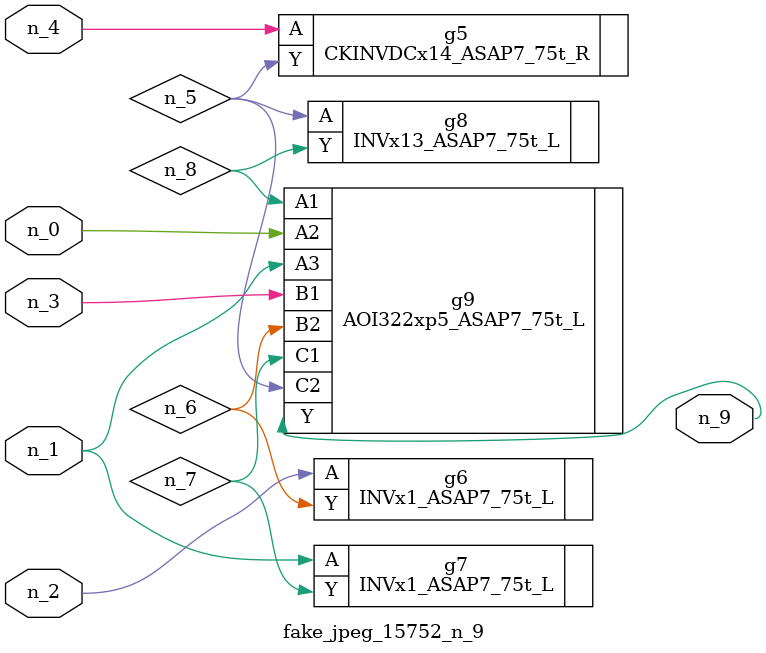
<source format=v>
module fake_jpeg_15752_n_9 (n_3, n_2, n_1, n_0, n_4, n_9);

input n_3;
input n_2;
input n_1;
input n_0;
input n_4;

output n_9;

wire n_8;
wire n_6;
wire n_5;
wire n_7;

CKINVDCx14_ASAP7_75t_R g5 ( 
.A(n_4),
.Y(n_5)
);

INVx1_ASAP7_75t_L g6 ( 
.A(n_2),
.Y(n_6)
);

INVx1_ASAP7_75t_L g7 ( 
.A(n_1),
.Y(n_7)
);

INVx13_ASAP7_75t_L g8 ( 
.A(n_5),
.Y(n_8)
);

AOI322xp5_ASAP7_75t_L g9 ( 
.A1(n_8),
.A2(n_0),
.A3(n_1),
.B1(n_3),
.B2(n_6),
.C1(n_7),
.C2(n_5),
.Y(n_9)
);


endmodule
</source>
